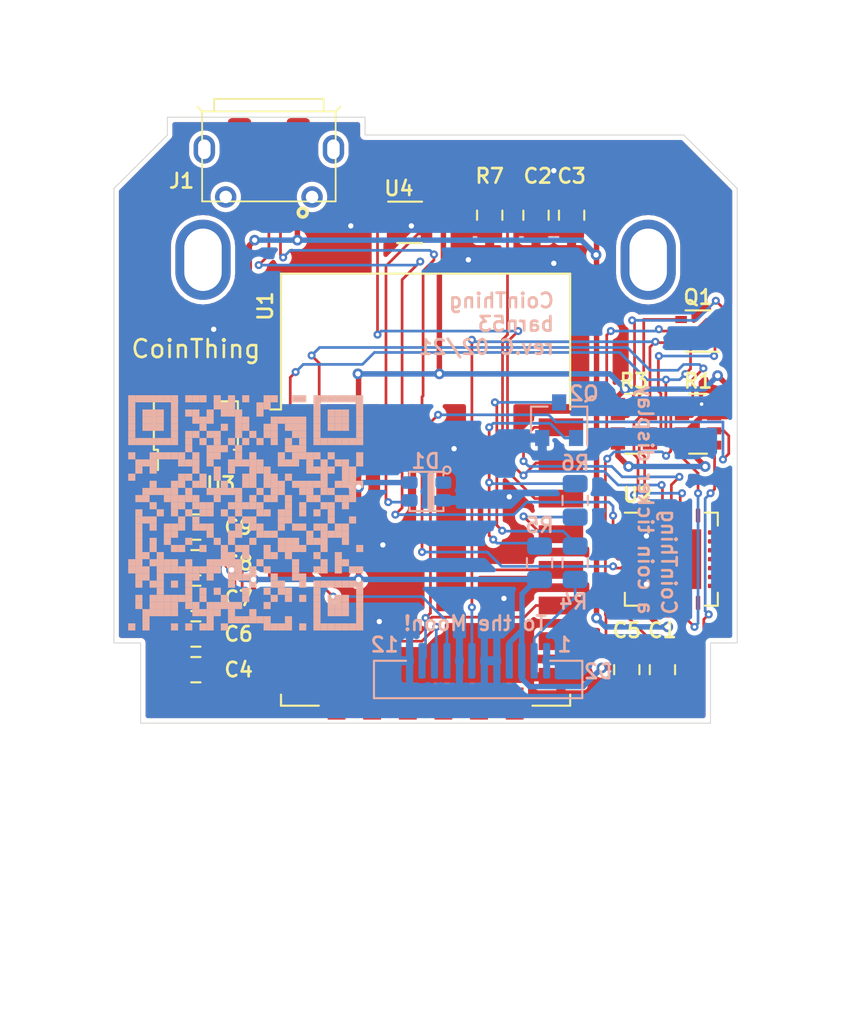
<source format=kicad_pcb>
(kicad_pcb (version 20171130) (host pcbnew "(5.1.9)-1")
  (layers (0 F.Cu signal) (31 B.Cu signal) (34 B.Paste user) (35 F.Paste user) (36 B.SilkS user) (37 F.SilkS user) (38 B.Mask user) (39 F.Mask user) (44 Edge.Cuts user))
  (net 0 "")
  (net 1 GND)
  (net 2 /VDD)
  (net 3 VBUS)
  (net 4 /~Reset)
  (net 5 +3V3)
  (net 6 /~TFT_RES)
  (net 7 /TFT_SDA)
  (net 8 /TFT_SCL)
  (net 9 /GPIO0)
  (net 10 /LEDK)
  (net 11 /D-)
  (net 12 /D+)
  (net 13 "Net-(Q1-Pad5)")
  (net 14 /RTS)
  (net 15 "Net-(Q1-Pad2)")
  (net 16 /DTR)
  (net 17 "Net-(Q2-Pad3)")
  (net 18 "Net-(Q2-Pad1)")
  (net 19 "Net-(R1-Pad5)")
  (net 20 "Net-(R1-Pad6)")
  (net 21 "Net-(R1-Pad8)")
  (net 22 /TFT_BL)
  (net 23 /RxD)
  (net 24 /GPIO5)
  (net 25 /TxD)
  (net 26 "Net-(D1-Pad3)")
  (module barn53-kicad:WS2812B-2020 (layer B.Cu) (at 162.5 76)
    (fp_text reference D1 (at 0 -1.7) (layer B.SilkS) (effects (font (size 0.8128 0.8128) (thickness 0.1524)) (justify mirror)))
    (fp_text value WS2812B-2020)
    (pad 4 smd roundrect (at -0.9 -0.5) (size 0.9 0.7) (layers B.Cu B.Paste B.Mask) (net 5 +3V3))
    (pad 3 smd roundrect (at -0.9 0.5) (size 0.9 0.7) (layers B.Cu B.Paste B.Mask) (net 26 "Net-(D1-Pad3)"))
    (pad 2 smd roundrect (at 1 0.5) (size 0.9 0.7) (layers B.Cu B.Paste B.Mask) (net 1 GND))
    (pad 1 smd roundrect (at 1 -0.5) (size 0.9 0.7) (layers B.Cu B.Paste B.Mask))
  )
  (module barn53-kicad:IPSDisplay_240x240_FPC_80deg (layer F.Cu) (at 162.5 85.5)
    (fp_text reference D2 (at 9.7 0.6) (layer B.SilkS) (effects (font (size 0.8128 0.8128) (thickness 0.1524)) (justify mirror)))
    (fp_text value IPSDisplay_240x240)
    (fp_text user 12 (at -2.3 -0.9) (layer B.SilkS) (effects (font (size 0.8128 0.8128) (thickness 0.1524)) (justify mirror)))
    (fp_text user 1 (at 7.8 -0.9) (layer B.SilkS) (effects (font (size 0.8128 0.8128) (thickness 0.1524)) (justify mirror)))
    (pad 12 smd roundrect (at -0.9 0) (size 0.4 2) (layers B.Cu B.Paste B.Mask) (net 1 GND))
    (pad 11 smd roundrect (at -0.2 0) (size 0.4 2) (layers B.Cu B.Paste B.Mask) (net 6 /~TFT_RES))
    (pad 10 smd roundrect (at 0.5 0) (size 0.4 2) (layers B.Cu B.Paste B.Mask) (net 7 /TFT_SDA))
    (pad 9 smd roundrect (at 1.2 0) (size 0.4 2) (layers B.Cu B.Paste B.Mask) (net 8 /TFT_SCL))
    (pad 8 smd roundrect (at 1.9 0) (size 0.4 2) (layers B.Cu B.Paste B.Mask) (net 1 GND))
    (pad 7 smd roundrect (at 2.6 0) (size 0.4 2) (layers B.Cu B.Paste B.Mask) (net 9 /GPIO0))
    (pad 6 smd roundrect (at 3.3 0) (size 0.4 2) (layers B.Cu B.Paste B.Mask) (net 1 GND))
    (pad 5 smd roundrect (at 4 0) (size 0.4 2) (layers B.Cu B.Paste B.Mask) (net 1 GND))
    (pad 4 smd roundrect (at 4.7 0) (size 0.4 2) (layers B.Cu B.Paste B.Mask) (net 5 +3V3))
    (pad 3 smd roundrect (at 5.4 0) (size 0.4 2) (layers B.Cu B.Paste B.Mask) (net 5 +3V3))
    (pad 2 smd roundrect (at 6.1 0) (size 0.4 2) (layers B.Cu B.Paste B.Mask) (net 10 /LEDK))
    (pad 1 smd roundrect (at 6.8 0) (size 0.4 2) (layers B.Cu B.Paste B.Mask) (net 1 GND))
  )
  (module barn53-kicad:ESP-12E (layer F.Cu) (at 162.5 75.9)
    (fp_text reference U1 (at -9 -10.3 270) (layer F.SilkS) (effects (font (size 0.8128 0.8128) (thickness 0.1524))))
    (fp_text value ESP-12E)
    (pad 1 smd rect (at -7.6 -3.5) (size 2.5 1) (layers F.Cu F.Paste F.Mask) (net 4 /~Reset))
    (pad 2 smd rect (at -7.6 -1.5) (size 2.5 1) (layers F.Cu F.Paste F.Mask))
    (pad 3 smd rect (at -7.6 0.5) (size 2.5 1) (layers F.Cu F.Paste F.Mask) (net 20 "Net-(R1-Pad6)"))
    (pad 4 smd rect (at -7.6 2.5) (size 2.5 1) (layers F.Cu F.Paste F.Mask))
    (pad 5 smd rect (at -7.6 4.5) (size 2.5 1) (layers F.Cu F.Paste F.Mask) (net 8 /TFT_SCL))
    (pad 6 smd rect (at -7.6 6.5) (size 2.5 1) (layers F.Cu F.Paste F.Mask))
    (pad 7 smd rect (at -7.6 8.5) (size 2.5 1) (layers F.Cu F.Paste F.Mask) (net 7 /TFT_SDA))
    (pad 8 smd rect (at -7.6 10.5) (size 2.5 1) (layers F.Cu F.Paste F.Mask) (net 5 +3V3))
    (pad 9 smd rect (at -5 12) (size 1 1.8) (layers F.Cu F.Paste F.Mask))
    (pad 10 smd rect (at -3 12) (size 1 1.8) (layers F.Cu F.Paste F.Mask))
    (pad 11 smd rect (at -1 12) (size 1 1.8) (layers F.Cu F.Paste F.Mask))
    (pad 12 smd rect (at 1 12) (size 1 1.8) (layers F.Cu F.Paste F.Mask))
    (pad 13 smd rect (at 3 12) (size 1 1.8) (layers F.Cu F.Paste F.Mask))
    (pad 14 smd rect (at 5 12) (size 1 1.8) (layers F.Cu F.Paste F.Mask))
    (pad 15 smd rect (at 7.6 10.5) (size 2.5 1) (layers F.Cu F.Paste F.Mask) (net 1 GND))
    (pad 16 smd rect (at 7.6 8.5) (size 2.5 1) (layers F.Cu F.Paste F.Mask) (net 19 "Net-(R1-Pad5)"))
    (pad 17 smd rect (at 7.6 6.5) (size 2.5 1) (layers F.Cu F.Paste F.Mask) (net 6 /~TFT_RES))
    (pad 18 smd rect (at 7.6 4.5) (size 2.5 1) (layers F.Cu F.Paste F.Mask) (net 9 /GPIO0))
    (pad 19 smd rect (at 7.6 2.5) (size 2.5 1) (layers F.Cu F.Paste F.Mask) (net 22 /TFT_BL))
    (pad 20 smd rect (at 7.6 0.5) (size 2.5 1) (layers F.Cu F.Paste F.Mask) (net 24 /GPIO5))
    (pad 21 smd rect (at 7.6 -1.5) (size 2.5 1) (layers F.Cu F.Paste F.Mask) (net 25 /TxD))
    (pad 22 smd rect (at 7.6 -3.5) (size 2.5 1) (layers F.Cu F.Paste F.Mask) (net 23 /RxD))
  )
  (module hole (layer F.Cu) (at 150 63)
    (fp_text reference REF** hide)
    (fp_text value hole hide)
    (pad "" thru_hole oval (at 0 0) (size 3.1 4.5) (drill oval 2.1 3.5) (layers *.Cu *.Mask))
  )
  (module hole (layer F.Cu) (at 175 63)
    (fp_text reference REF** hide)
    (fp_text value hole hide)
    (pad "" thru_hole oval (at 0 0) (size 3.1 4.5) (drill oval 2.1 3.5) (layers *.Cu *.Mask))
  )
  (module https:__barn53.github.io_CoinThing_ (layer B.Cu) (at 152.4 77.2 180)
    (fp_text reference QR***** hide)
    (fp_text value https://barn53.github.io/CoinThing/ hide)
  )
  (module Package_TO_SOT_SMD:SOT-353_SC-70-5 (layer F.Cu) (at 161.6 60.9)
    (fp_text reference U4 (at -0.6 -1.9) (layer F.SilkS) (effects (font (size 0.8128 0.8128) (thickness 0.1524))))
    (fp_text value 74AHC1G08)
    (pad 5 smd rect (at 0.95 -0.65) (size 0.65 0.4) (layers F.Cu F.Paste F.Mask) (net 5 +3V3))
    (pad 4 smd rect (at 0.95 0.65) (size 0.65 0.4) (layers F.Cu F.Paste F.Mask) (net 26 "Net-(D1-Pad3)"))
    (pad 2 smd rect (at -0.95 0) (size 0.65 0.4) (layers F.Cu F.Paste F.Mask) (net 24 /GPIO5))
    (pad 3 smd rect (at -0.95 0.65) (size 0.65 0.4) (layers F.Cu F.Paste F.Mask) (net 1 GND))
    (pad 1 smd rect (at -0.95 -0.65) (size 0.65 0.4) (layers F.Cu F.Paste F.Mask) (net 25 /TxD))
  )
  (module Package_TO_SOT_SMD:SOT-89-3 (layer F.Cu) (at 149.6 72.6 90)
    (fp_text reference U3 (at -3 1.4) (layer F.SilkS) (effects (font (size 0.8128 0.8128) (thickness 0.1524))))
    (fp_text value BL8565)
    (pad 2 smd custom (at -1.5625 0 90) (size 1.475 0.9) (layers F.Cu F.Paste F.Mask) (net 3 VBUS) (options (clearance outline) (anchor rect)) (primitives (gr_poly (pts (xy 0.7375 -0.8665) (xy 3.8625 -0.8665) (xy 3.8625 0.8665) (xy 0.7375 0.8665)) (width 0))))
    (pad 3 smd rect (at -1.65 1.5 90) (size 1.3 0.9) (layers F.Cu F.Paste F.Mask) (net 5 +3V3))
    (pad 1 smd rect (at -1.65 -1.5 90) (size 1.3 0.9) (layers F.Cu F.Paste F.Mask) (net 1 GND))
  )
  (module Package_DFN_QFN:QFN-28-1EP_5x5mm_P0.5mm_EP3.35x3.35mm (layer F.Cu) (at 176.3 79.8)
    (fp_text reference U2 (at -1.9 -3.6 180) (layer F.SilkS) (effects (font (size 0.8128 0.8128) (thickness 0.1524))))
    (fp_text value CP2102-GMR_NRND)
    (pad 29 smd rect (at 0 0) (size 3.35 3.35) (layers F.Cu F.Mask) (net 1 GND))
    (pad 28 smd roundrect (at -1.5 -2.45) (size 0.25 0.8) (layers F.Cu F.Paste F.Mask) (net 16 /DTR))
    (pad 27 smd roundrect (at -1 -2.45) (size 0.25 0.8) (layers F.Cu F.Paste F.Mask))
    (pad 26 smd roundrect (at -0.5 -2.45) (size 0.25 0.8) (layers F.Cu F.Paste F.Mask) (net 25 /TxD))
    (pad 25 smd roundrect (at 0 -2.45) (size 0.25 0.8) (layers F.Cu F.Paste F.Mask) (net 23 /RxD))
    (pad 24 smd roundrect (at 0.5 -2.45) (size 0.25 0.8) (layers F.Cu F.Paste F.Mask) (net 14 /RTS))
    (pad 23 smd roundrect (at 1 -2.45) (size 0.25 0.8) (layers F.Cu F.Paste F.Mask))
    (pad 22 smd roundrect (at 1.5 -2.45) (size 0.25 0.8) (layers F.Cu F.Paste F.Mask))
    (pad 21 smd roundrect (at 2.45 -1.5) (size 0.8 0.25) (layers F.Cu F.Paste F.Mask))
    (pad 20 smd roundrect (at 2.45 -1) (size 0.8 0.25) (layers F.Cu F.Paste F.Mask))
    (pad 19 smd roundrect (at 2.45 -0.5) (size 0.8 0.25) (layers F.Cu F.Paste F.Mask))
    (pad 18 smd roundrect (at 2.45 0) (size 0.8 0.25) (layers F.Cu F.Paste F.Mask))
    (pad 17 smd roundrect (at 2.45 0.5) (size 0.8 0.25) (layers F.Cu F.Paste F.Mask))
    (pad 16 smd roundrect (at 2.45 1) (size 0.8 0.25) (layers F.Cu F.Paste F.Mask))
    (pad 15 smd roundrect (at 2.45 1.5) (size 0.8 0.25) (layers F.Cu F.Paste F.Mask))
    (pad 14 smd roundrect (at 1.5 2.45) (size 0.25 0.8) (layers F.Cu F.Paste F.Mask))
    (pad 13 smd roundrect (at 1 2.45) (size 0.25 0.8) (layers F.Cu F.Paste F.Mask))
    (pad 12 smd roundrect (at 0.5 2.45) (size 0.25 0.8) (layers F.Cu F.Paste F.Mask))
    (pad 11 smd roundrect (at 0 2.45) (size 0.25 0.8) (layers F.Cu F.Paste F.Mask))
    (pad 10 smd roundrect (at -0.5 2.45) (size 0.25 0.8) (layers F.Cu F.Paste F.Mask))
    (pad 9 smd roundrect (at -1 2.45) (size 0.25 0.8) (layers F.Cu F.Paste F.Mask) (net 21 "Net-(R1-Pad8)"))
    (pad 8 smd roundrect (at -1.5 2.45) (size 0.25 0.8) (layers F.Cu F.Paste F.Mask) (net 3 VBUS))
    (pad 7 smd roundrect (at -2.45 1.5) (size 0.8 0.25) (layers F.Cu F.Paste F.Mask) (net 3 VBUS))
    (pad 6 smd roundrect (at -2.45 1) (size 0.8 0.25) (layers F.Cu F.Paste F.Mask) (net 2 /VDD))
    (pad 5 smd roundrect (at -2.45 0.5) (size 0.8 0.25) (layers F.Cu F.Paste F.Mask) (net 11 /D-))
    (pad 4 smd roundrect (at -2.45 0) (size 0.8 0.25) (layers F.Cu F.Paste F.Mask) (net 12 /D+))
    (pad 3 smd roundrect (at -2.45 -0.5) (size 0.8 0.25) (layers F.Cu F.Paste F.Mask) (net 1 GND))
    (pad 2 smd roundrect (at -2.45 -1) (size 0.8 0.25) (layers F.Cu F.Paste F.Mask))
    (pad 1 smd roundrect (at -2.45 -1.5) (size 0.8 0.25) (layers F.Cu F.Paste F.Mask))
  )
  (module Resistor_SMD:R_0805_2012Metric (layer F.Cu) (at 166.1 60.5 270)
    (fp_text reference R7 (at -2.2 0 180) (layer F.SilkS) (effects (font (size 0.8128 0.8128) (thickness 0.1524))))
    (fp_text value 10k)
    (pad 2 smd roundrect (at 0.9375 0 270) (size 0.975 1.4) (layers F.Cu F.Paste F.Mask) (net 1 GND))
    (pad 1 smd roundrect (at -0.9375 0 270) (size 0.975 1.4) (layers F.Cu F.Paste F.Mask) (net 24 /GPIO5))
  )
  (module Package_TO_SOT_SMD:SOT-23 (layer B.Cu) (at 170 72 90)
    (fp_text reference Q2 (at 1.5 1.4 180) (layer B.SilkS) (effects (font (size 0.8128 0.8128) (thickness 0.1524)) (justify mirror)))
    (fp_text value S8050_J3Y)
    (pad 3 smd rect (at 1 0 90) (size 0.9 0.8) (layers B.Cu B.Paste B.Mask) (net 17 "Net-(Q2-Pad3)"))
    (pad 2 smd rect (at -1 -0.95 90) (size 0.9 0.8) (layers B.Cu B.Paste B.Mask) (net 1 GND))
    (pad 1 smd rect (at -1 0.95 90) (size 0.9 0.8) (layers B.Cu B.Paste B.Mask) (net 18 "Net-(Q2-Pad1)"))
  )
  (module Package_TO_SOT_SMD:SOT-363_SC-70-6 (layer F.Cu) (at 177.8 67 180)
    (fp_text reference Q1 (at 0 1.9) (layer F.SilkS) (effects (font (size 0.8128 0.8128) (thickness 0.1524))))
    (fp_text value PUMX1)
    (pad 6 smd rect (at 0.95 -0.65 180) (size 0.65 0.4) (layers F.Cu F.Paste F.Mask) (net 9 /GPIO0))
    (pad 4 smd rect (at 0.95 0.65 180) (size 0.65 0.4) (layers F.Cu F.Paste F.Mask) (net 14 /RTS))
    (pad 2 smd rect (at -0.95 0 180) (size 0.65 0.4) (layers F.Cu F.Paste F.Mask) (net 15 "Net-(Q1-Pad2)"))
    (pad 5 smd rect (at 0.95 0 180) (size 0.65 0.4) (layers F.Cu F.Paste F.Mask) (net 13 "Net-(Q1-Pad5)"))
    (pad 3 smd rect (at -0.95 0.65 180) (size 0.65 0.4) (layers F.Cu F.Paste F.Mask) (net 4 /~Reset))
    (pad 1 smd rect (at -0.95 -0.65 180) (size 0.65 0.4) (layers F.Cu F.Paste F.Mask) (net 16 /DTR))
  )
  (module Resistor_SMD:R_0805_2012Metric (layer B.Cu) (at 170.9 76.5 270)
    (fp_text reference R6 (at -2.1 0 180) (layer B.SilkS) (effects (font (size 0.8128 0.8128) (thickness 0.1524)) (justify mirror)))
    (fp_text value 1k)
    (pad 2 smd roundrect (at 0.9375 0 270) (size 0.975 1.4) (layers B.Cu B.Paste B.Mask) (net 22 /TFT_BL))
    (pad 1 smd roundrect (at -0.9375 0 270) (size 0.975 1.4) (layers B.Cu B.Paste B.Mask) (net 18 "Net-(Q2-Pad1)"))
  )
  (module Resistor_SMD:R_0805_2012Metric (layer B.Cu) (at 168.9 80 270)
    (fp_text reference R5 (at -2.1 0 180) (layer B.SilkS) (effects (font (size 0.8128 0.8128) (thickness 0.1524)) (justify mirror)))
    (fp_text value 10k)
    (pad 2 smd roundrect (at 0.9375 0 270) (size 0.975 1.4) (layers B.Cu B.Paste B.Mask) (net 5 +3V3))
    (pad 1 smd roundrect (at -0.9375 0 270) (size 0.975 1.4) (layers B.Cu B.Paste B.Mask) (net 18 "Net-(Q2-Pad1)"))
  )
  (module Resistor_SMD:R_0805_2012Metric (layer B.Cu) (at 170.9 80 90)
    (fp_text reference R4 (at -2.2 -0.1 180) (layer B.SilkS) (effects (font (size 0.8128 0.8128) (thickness 0.1524)) (justify mirror)))
    (fp_text value 10)
    (pad 2 smd roundrect (at 0.9375 0 90) (size 0.975 1.4) (layers B.Cu B.Paste B.Mask) (net 17 "Net-(Q2-Pad3)"))
    (pad 1 smd roundrect (at -0.9375 0 90) (size 0.975 1.4) (layers B.Cu B.Paste B.Mask) (net 10 /LEDK))
  )
  (module Resistor_SMD:R_Array_Convex_4x0603 (layer F.Cu) (at 174.2 72.2 180)
    (fp_text reference R3 (at 0 2.4) (layer F.SilkS) (effects (font (size 0.8128 0.8128) (thickness 0.1524))))
    (fp_text value 10k)
    (pad 5 smd rect (at 0.9 1.2 180) (size 0.8 0.5) (layers F.Cu F.Paste F.Mask) (net 5 +3V3))
    (pad 6 smd rect (at 0.9 0.4 180) (size 0.8 0.4) (layers F.Cu F.Paste F.Mask) (net 15 "Net-(Q1-Pad2)"))
    (pad 8 smd rect (at 0.9 -1.2 180) (size 0.8 0.5) (layers F.Cu F.Paste F.Mask) (net 5 +3V3))
    (pad 7 smd rect (at 0.9 -0.4 180) (size 0.8 0.4) (layers F.Cu F.Paste F.Mask) (net 13 "Net-(Q1-Pad5)"))
    (pad 4 smd rect (at -0.9 1.2 180) (size 0.8 0.5) (layers F.Cu F.Paste F.Mask) (net 9 /GPIO0))
    (pad 2 smd rect (at -0.9 -0.4 180) (size 0.8 0.4) (layers F.Cu F.Paste F.Mask) (net 16 /DTR))
    (pad 3 smd rect (at -0.9 0.4 180) (size 0.8 0.4) (layers F.Cu F.Paste F.Mask) (net 14 /RTS))
    (pad 1 smd rect (at -0.9 -1.2 180) (size 0.8 0.5) (layers F.Cu F.Paste F.Mask) (net 4 /~Reset))
  )
  (module Resistor_SMD:R_Array_Convex_4x0603 (layer F.Cu) (at 177.8 72.2 180)
    (fp_text reference R1 (at 0 2.4 180) (layer F.SilkS) (effects (font (size 0.8128 0.8128) (thickness 0.1524))))
    (fp_text value 10k)
    (pad 5 smd rect (at 0.9 1.2 180) (size 0.8 0.5) (layers F.Cu F.Paste F.Mask) (net 19 "Net-(R1-Pad5)"))
    (pad 6 smd rect (at 0.9 0.4 180) (size 0.8 0.4) (layers F.Cu F.Paste F.Mask) (net 20 "Net-(R1-Pad6)"))
    (pad 8 smd rect (at 0.9 -1.2 180) (size 0.8 0.5) (layers F.Cu F.Paste F.Mask) (net 21 "Net-(R1-Pad8)"))
    (pad 7 smd rect (at 0.9 -0.4 180) (size 0.8 0.4) (layers F.Cu F.Paste F.Mask) (net 5 +3V3))
    (pad 4 smd rect (at -0.9 1.2 180) (size 0.8 0.5) (layers F.Cu F.Paste F.Mask) (net 1 GND))
    (pad 2 smd rect (at -0.9 -0.4 180) (size 0.8 0.4) (layers F.Cu F.Paste F.Mask) (net 6 /~TFT_RES))
    (pad 3 smd rect (at -0.9 0.4 180) (size 0.8 0.4) (layers F.Cu F.Paste F.Mask) (net 5 +3V3))
    (pad 1 smd rect (at -0.9 -1.2 180) (size 0.8 0.5) (layers F.Cu F.Paste F.Mask) (net 2 /VDD))
  )
  (module barn53-kicad:MicroUSB_through_hole_fixing (layer F.Cu) (at 153.7 60 180)
    (fp_text reference J1 (at 4.9 1.425 180) (layer F.SilkS) (effects (font (size 0.8128 0.8128) (thickness 0.1524))))
    (fp_text value USB_B_Micro)
    (pad 6 smd roundrect (at 1.65 4.5 180) (size 1.3 0.9) (layers F.Cu F.Paste F.Mask) (net 1 GND))
    (pad 6 smd roundrect (at -1.65 4.5 180) (size 1.3 0.9) (layers F.Cu F.Paste F.Mask) (net 1 GND))
    (pad 1 smd rect (at -1.3 0 180) (size 0.4 1.6) (layers F.Cu F.Paste F.Mask) (net 3 VBUS))
    (pad 2 smd rect (at -0.65 0 180) (size 0.4 1.6) (layers F.Cu F.Paste F.Mask) (net 11 /D-))
    (pad 3 smd rect (at 0 0 180) (size 0.4 1.6) (layers F.Cu F.Paste F.Mask) (net 12 /D+))
    (pad 4 smd rect (at 0.65 0 180) (size 0.4 1.6) (layers F.Cu F.Paste F.Mask))
    (pad 5 smd rect (at 1.3 0 180) (size 0.4 1.6) (layers F.Cu F.Paste F.Mask) (net 1 GND))
    (pad "" thru_hole circle (at -2.425 0.525) (size 1.2 1.2) (drill 0.7) (layers *.Cu *.Mask))
    (pad "" thru_hole circle (at 2.425 0.525) (size 1.2 1.2) (drill 0.7) (layers *.Cu *.Mask))
    (pad "" thru_hole oval (at -3.625 3.2) (size 1.2 1.6) (drill oval 0.7 1.1) (layers *.Cu *.Mask))
    (pad "" thru_hole oval (at 3.625 3.2) (size 1.2 1.6) (drill oval 0.7 1.1) (layers *.Cu *.Mask))
  )
  (module Capacitor_SMD:C_0805_2012Metric (layer F.Cu) (at 149.6 78 180)
    (fp_text reference C9 (at -2.4 0) (layer F.SilkS) (effects (font (size 0.8128 0.8128) (thickness 0.1524))))
    (fp_text value 4.7u)
    (pad 2 smd roundrect (at 0.9375 0 180) (size 0.975 1.4) (layers F.Cu F.Paste F.Mask) (net 1 GND))
    (pad 1 smd roundrect (at -0.9375 0 180) (size 0.975 1.4) (layers F.Cu F.Paste F.Mask) (net 5 +3V3))
  )
  (module Capacitor_SMD:C_0805_2012Metric (layer F.Cu) (at 149.6 80 180)
    (fp_text reference C8 (at -2.4 0) (layer F.SilkS) (effects (font (size 0.8128 0.8128) (thickness 0.1524))))
    (fp_text value 100n)
    (pad 2 smd roundrect (at 0.9375 0 180) (size 0.975 1.4) (layers F.Cu F.Paste F.Mask) (net 1 GND))
    (pad 1 smd roundrect (at -0.9375 0 180) (size 0.975 1.4) (layers F.Cu F.Paste F.Mask) (net 5 +3V3))
  )
  (module Capacitor_SMD:C_0805_2012Metric (layer F.Cu) (at 149.6 82)
    (fp_text reference C7 (at 2.4 0) (layer F.SilkS) (effects (font (size 0.8128 0.8128) (thickness 0.1524))))
    (fp_text value 100n)
    (pad 2 smd roundrect (at 0.9375 0) (size 0.975 1.4) (layers F.Cu F.Paste F.Mask) (net 1 GND))
    (pad 1 smd roundrect (at -0.9375 0) (size 0.975 1.4) (layers F.Cu F.Paste F.Mask) (net 3 VBUS))
  )
  (module Capacitor_SMD:C_0805_2012Metric (layer F.Cu) (at 149.6 84)
    (fp_text reference C6 (at 2.4 0) (layer F.SilkS) (effects (font (size 0.8128 0.8128) (thickness 0.1524))))
    (fp_text value 1u)
    (pad 2 smd roundrect (at 0.9375 0) (size 0.975 1.4) (layers F.Cu F.Paste F.Mask) (net 1 GND))
    (pad 1 smd roundrect (at -0.9375 0) (size 0.975 1.4) (layers F.Cu F.Paste F.Mask) (net 3 VBUS))
  )
  (module Capacitor_SMD:C_0805_2012Metric (layer F.Cu) (at 173.8 86 270)
    (fp_text reference C5 (at -2.2 0 180) (layer F.SilkS) (effects (font (size 0.8128 0.8128) (thickness 0.1524))))
    (fp_text value 100n)
    (pad 2 smd roundrect (at 0.9375 0 270) (size 0.975 1.4) (layers F.Cu F.Paste F.Mask) (net 1 GND))
    (pad 1 smd roundrect (at -0.9375 0 270) (size 0.975 1.4) (layers F.Cu F.Paste F.Mask) (net 5 +3V3))
  )
  (module Capacitor_SMD:C_0805_2012Metric (layer F.Cu) (at 149.6 86 180)
    (fp_text reference C4 (at -2.4 0) (layer F.SilkS) (effects (font (size 0.8128 0.8128) (thickness 0.1524))))
    (fp_text value 100n)
    (pad 2 smd roundrect (at 0.9375 0 180) (size 0.975 1.4) (layers F.Cu F.Paste F.Mask) (net 1 GND))
    (pad 1 smd roundrect (at -0.9375 0 180) (size 0.975 1.4) (layers F.Cu F.Paste F.Mask) (net 4 /~Reset))
  )
  (module Capacitor_SMD:C_0805_2012Metric (layer F.Cu) (at 170.7 60.5 270)
    (fp_text reference C3 (at -2.2 0) (layer F.SilkS) (effects (font (size 0.8128 0.8128) (thickness 0.1524))))
    (fp_text value 100n)
    (pad 2 smd roundrect (at 0.9375 0 270) (size 0.975 1.4) (layers F.Cu F.Paste F.Mask) (net 1 GND))
    (pad 1 smd roundrect (at -0.9375 0 270) (size 0.975 1.4) (layers F.Cu F.Paste F.Mask) (net 3 VBUS))
  )
  (module Capacitor_SMD:C_0805_2012Metric (layer F.Cu) (at 168.7 60.5 270)
    (fp_text reference C2 (at -2.2 -0.1) (layer F.SilkS) (effects (font (size 0.8128 0.8128) (thickness 0.1524))))
    (fp_text value 4.7u)
    (pad 2 smd roundrect (at 0.9375 0 270) (size 0.975 1.4) (layers F.Cu F.Paste F.Mask) (net 1 GND))
    (pad 1 smd roundrect (at -0.9375 0 270) (size 0.975 1.4) (layers F.Cu F.Paste F.Mask) (net 3 VBUS))
  )
  (module Capacitor_SMD:C_0805_2012Metric (layer F.Cu) (at 175.8 86 270)
    (fp_text reference C1 (at -2.2 0) (layer F.SilkS) (effects (font (size 0.8128 0.8128) (thickness 0.1524))))
    (fp_text value 100n)
    (pad 2 smd roundrect (at 0.9375 0 270) (size 0.975 1.4) (layers F.Cu F.Paste F.Mask) (net 1 GND))
    (pad 1 smd roundrect (at -0.9375 0 270) (size 0.975 1.4) (layers F.Cu F.Paste F.Mask) (net 2 /VDD))
  )
  (gr_text CoinThing (at 149.6 68) (layer F.SilkS) (effects (font (size 1 1))))
  (gr_line (start 148 56) (end 145 59) (layer Edge.Cuts) (width 0.05))
  (gr_line (start 177 56) (end 180 59) (layer Edge.Cuts) (width 0.05))
  (gr_text "CoinThing\na coin ticker display" (at 175.5 83 270) (layer B.SilkS) (effects (font (size 0.8128 0.8128) (thickness 0.1524)) (justify left mirror)))
  (gr_text "CoinThing\nbarn53\nrev.C 02/21" (at 169.8 66.6) (layer B.SilkS) (effects (font (size 0.8128 0.8128) (thickness 0.1524)) (justify left mirror)))
  (gr_text "To the Moon!" (at 169.4 83.4) (layer B.SilkS) (effects (font (size 0.8128 0.8128) (thickness 0.1524)) (justify left mirror)))
  (gr_line (start 148 56) (end 148 55) (layer Edge.Cuts) (width 0.05))
  (gr_line (start 159.1 56) (end 159.1 55) (layer Edge.Cuts) (width 0.05))
  (gr_line (start 177 56) (end 159.1 56) (layer Edge.Cuts) (width 0.05))
  (gr_line (start 178.5 84.5) (end 178.5 89) (layer Edge.Cuts) (width 0.05))
  (gr_line (start 180 84.5) (end 178.5 84.5) (layer Edge.Cuts) (width 0.05))
  (gr_line (start 146.5 84.5) (end 146.5 89) (layer Edge.Cuts) (width 0.05))
  (gr_line (start 145 84.5) (end 146.5 84.5) (layer Edge.Cuts) (width 0.05))
  (gr_line (start 145 84.5) (end 145 59) (layer Edge.Cuts) (width 0.05))
  (gr_line (start 178.5 89) (end 146.5 89) (layer Edge.Cuts) (width 0.05))
  (gr_line (start 180 59) (end 180 84.5) (layer Edge.Cuts) (width 0.05))
  (gr_line (start 148 55) (end 159.1 55) (layer Edge.Cuts) (width 0.05))
  (via (at 174.9 81.2) (size 0.6) (drill 0.3) (layers F.Cu B.Cu) (net 1))
  (via (at 174.9 78.5) (size 0.6) (drill 0.3) (layers F.Cu B.Cu) (net 1))
  (segment (start 175.8 79.3) (end 176.3 79.8) (width 0.3048) (layer F.Cu) (net 1))
  (segment (start 173.85 79.3) (end 175.8 79.3) (width 0.3048) (layer F.Cu) (net 1))
  (via (at 178 71.1) (size 0.45) (drill 0.2) (layers F.Cu B.Cu) (net 1))
  (segment (start 178.6 71.1) (end 178.7 71) (width 0.3048) (layer F.Cu) (net 1))
  (segment (start 178 71.1) (end 178.6 71.1) (width 0.3048) (layer F.Cu) (net 1))
  (via (at 169.7 58) (size 0.6) (drill 0.3) (layers F.Cu B.Cu) (net 1))
  (via (at 150.6 66.9) (size 0.6) (drill 0.3) (layers F.Cu B.Cu) (net 1))
  (via (at 169.7 63.2) (size 0.6) (drill 0.3) (layers F.Cu B.Cu) (net 1))
  (via (at 158.3 61.1) (size 0.6) (drill 0.3) (layers F.Cu B.Cu) (net 1))
  (via (at 164.1 73.6) (size 0.6) (drill 0.3) (layers F.Cu B.Cu) (net 1))
  (via (at 161.7 61.1) (size 0.6) (drill 0.3) (layers F.Cu B.Cu) (net 1))
  (via (at 166.9 82) (size 0.6) (drill 0.3) (layers F.Cu B.Cu) (net 1))
  (via (at 159.9 83.3) (size 0.6) (drill 0.3) (layers F.Cu B.Cu) (net 1))
  (via (at 160.1 79) (size 0.6) (drill 0.3) (layers F.Cu B.Cu) (net 1))
  (via (at 164.9 63) (size 0.6) (drill 0.3) (layers F.Cu B.Cu) (net 1))
  (via (at 167.2 76.3) (size 0.6) (drill 0.3) (layers F.Cu B.Cu) (net 1))
  (via (at 178.5 76.1) (size 0.45) (drill 0.2) (layers F.Cu B.Cu) (net 2))
  (segment (start 178.2 82.7) (end 178.4 82.9) (width 0.1524) (layer B.Cu) (net 2))
  (segment (start 178.2 76.4) (end 178.2 82.7) (width 0.1524) (layer B.Cu) (net 2))
  (segment (start 178.5 76.1) (end 178.2 76.4) (width 0.1524) (layer B.Cu) (net 2))
  (segment (start 178.4 82.9) (end 178.4 82.9) (width 0.1524) (layer B.Cu) (net 2))
  (via (at 178.4 82.9) (size 0.45) (drill 0.2) (layers F.Cu B.Cu) (net 2))
  (segment (start 178.7 73.4) (end 178.728611 73.428611) (width 0.1524) (layer F.Cu) (net 2))
  (segment (start 178.728611 73.428611) (end 178.728611 75.871389) (width 0.1524) (layer F.Cu) (net 2))
  (segment (start 178.728611 75.871389) (end 178.5 76.1) (width 0.1524) (layer F.Cu) (net 2))
  (segment (start 173.45 80.8) (end 173.85 80.8) (width 0.1524) (layer F.Cu) (net 2))
  (segment (start 173.22139 81.02861) (end 173.45 80.8) (width 0.1524) (layer F.Cu) (net 2))
  (segment (start 173.22139 82.42139) (end 173.22139 81.02861) (width 0.1524) (layer F.Cu) (net 2))
  (segment (start 175.8 85) (end 173.22139 82.42139) (width 0.1524) (layer F.Cu) (net 2))
  (segment (start 175.8 85.0625) (end 175.8 85) (width 0.1524) (layer F.Cu) (net 2))
  (segment (start 176.9375 85.0625) (end 175.8 85.0625) (width 0.1524) (layer F.Cu) (net 2))
  (segment (start 178.122988 83.877012) (end 176.9375 85.0625) (width 0.1524) (layer F.Cu) (net 2))
  (segment (start 178.122988 83.177012) (end 178.122988 83.877012) (width 0.1524) (layer F.Cu) (net 2))
  (segment (start 178.4 82.9) (end 178.122988 83.177012) (width 0.1524) (layer F.Cu) (net 2))
  (segment (start 168.7 59.5625) (end 170.7 59.5625) (width 0.3048) (layer F.Cu) (net 3))
  (segment (start 148.6625 82) (end 148.6625 84) (width 0.3048) (layer F.Cu) (net 3))
  (segment (start 147.87019 81.20769) (end 148.6625 82) (width 0.3048) (layer F.Cu) (net 3))
  (segment (start 147.87019 76.62981) (end 147.87019 81.20769) (width 0.3048) (layer F.Cu) (net 3))
  (segment (start 149.6 74.9) (end 147.87019 76.62981) (width 0.3048) (layer F.Cu) (net 3))
  (segment (start 149.6 74.1625) (end 149.6 74.9) (width 0.3048) (layer F.Cu) (net 3))
  (segment (start 150.6625 73.1) (end 149.6 74.1625) (width 0.3048) (layer F.Cu) (net 3))
  (segment (start 152.6 73.1) (end 150.6625 73.1) (width 0.3048) (layer F.Cu) (net 3))
  (segment (start 173.85 81.3) (end 174.8 82.25) (width 0.3048) (layer F.Cu) (net 3))
  (via (at 176.1 83.6) (size 0.6) (drill 0.3) (layers F.Cu B.Cu) (net 3))
  (segment (start 174.8 82.724264) (end 174.8 82.25) (width 0.3048) (layer F.Cu) (net 3))
  (segment (start 175.675736 83.6) (end 174.8 82.724264) (width 0.3048) (layer F.Cu) (net 3))
  (segment (start 176.1 83.6) (end 175.675736 83.6) (width 0.3048) (layer F.Cu) (net 3))
  (segment (start 172.6 83.6) (end 172.1 83.1) (width 0.3048) (layer B.Cu) (net 3))
  (via (at 172.1 83.1) (size 0.6) (drill 0.3) (layers F.Cu B.Cu) (net 3))
  (segment (start 176.1 83.6) (end 172.6 83.6) (width 0.3048) (layer B.Cu) (net 3))
  (via (at 152.9 61.9) (size 0.6) (drill 0.3) (layers F.Cu B.Cu) (net 3))
  (segment (start 152.6 62.2) (end 152.9 61.9) (width 0.3048) (layer F.Cu) (net 3))
  (segment (start 152.6 73.1) (end 152.6 62.2) (width 0.3048) (layer F.Cu) (net 3))
  (via (at 155.3 61.9) (size 0.6) (drill 0.3) (layers F.Cu B.Cu) (net 3))
  (segment (start 152.9 61.9) (end 155.3 61.9) (width 0.3048) (layer B.Cu) (net 3))
  (segment (start 155.3 60.3) (end 155 60) (width 0.3048) (layer F.Cu) (net 3))
  (segment (start 155.3 61.9) (end 155.3 60.3) (width 0.3048) (layer F.Cu) (net 3))
  (segment (start 171.248376 61.9) (end 172.074188 62.725812) (width 0.3048) (layer B.Cu) (net 3))
  (via (at 172.074188 62.725812) (size 0.6) (drill 0.3) (layers F.Cu B.Cu) (net 3))
  (segment (start 155.3 61.9) (end 171.248376 61.9) (width 0.3048) (layer B.Cu) (net 3))
  (segment (start 172.1 82.675736) (end 172.1 83.1) (width 0.3048) (layer F.Cu) (net 3))
  (segment (start 172.1 60.9625) (end 172.1 82.675736) (width 0.3048) (layer F.Cu) (net 3))
  (segment (start 170.7 59.5625) (end 172.1 60.9625) (width 0.3048) (layer F.Cu) (net 3))
  (via (at 155.2 69.3) (size 0.45) (drill 0.2) (layers F.Cu B.Cu) (net 4))
  (segment (start 154.9 69.6) (end 154.9 72.4) (width 0.1524) (layer F.Cu) (net 4))
  (segment (start 155.2 69.3) (end 154.9 69.6) (width 0.1524) (layer F.Cu) (net 4))
  (segment (start 152.2 74.984238) (end 152.2 85.6) (width 0.1524) (layer F.Cu) (net 4))
  (segment (start 154.784238 72.4) (end 152.2 74.984238) (width 0.1524) (layer F.Cu) (net 4))
  (segment (start 151.8 86) (end 150.5375 86) (width 0.1524) (layer F.Cu) (net 4))
  (segment (start 152.2 85.6) (end 151.8 86) (width 0.1524) (layer F.Cu) (net 4))
  (segment (start 154.9 72.4) (end 154.784238 72.4) (width 0.1524) (layer F.Cu) (net 4))
  (via (at 176 69.728328) (size 0.45) (drill 0.2) (layers F.Cu B.Cu) (net 4))
  (via (at 177.083255 69.413076) (size 0.45) (drill 0.2) (layers F.Cu B.Cu) (net 4))
  (segment (start 176 69.728328) (end 176.768003 69.728328) (width 0.1524) (layer B.Cu) (net 4))
  (segment (start 177.378201 69.11813) (end 177.083255 69.413076) (width 0.1524) (layer F.Cu) (net 4))
  (segment (start 178.2726 66.35) (end 177.378201 67.244399) (width 0.1524) (layer F.Cu) (net 4))
  (segment (start 176.768003 69.728328) (end 177.083255 69.413076) (width 0.1524) (layer B.Cu) (net 4))
  (segment (start 177.378201 67.244399) (end 177.378201 69.11813) (width 0.1524) (layer F.Cu) (net 4))
  (segment (start 178.75 66.35) (end 178.2726 66.35) (width 0.1524) (layer F.Cu) (net 4))
  (segment (start 175.25 73.4) (end 175.991988 72.658012) (width 0.1524) (layer F.Cu) (net 4))
  (segment (start 175.991988 69.73634) (end 176 69.728328) (width 0.1524) (layer F.Cu) (net 4))
  (segment (start 175.1 73.4) (end 175.25 73.4) (width 0.1524) (layer F.Cu) (net 4))
  (segment (start 175.991988 72.658012) (end 175.991988 69.73634) (width 0.1524) (layer F.Cu) (net 4))
  (segment (start 174.928328 69.728328) (end 176 69.728328) (width 0.1524) (layer B.Cu) (net 4))
  (segment (start 173.4 68.2) (end 174.928328 69.728328) (width 0.1524) (layer B.Cu) (net 4))
  (segment (start 158.953729 68.871397) (end 159.625126 68.2) (width 0.1524) (layer B.Cu) (net 4))
  (segment (start 155.2 69.3) (end 155.628603 68.871397) (width 0.1524) (layer B.Cu) (net 4))
  (segment (start 159.625126 68.2) (end 173.4 68.2) (width 0.1524) (layer B.Cu) (net 4))
  (segment (start 155.628603 68.871397) (end 158.953729 68.871397) (width 0.1524) (layer B.Cu) (net 4))
  (segment (start 150.5375 78) (end 150.5375 80) (width 0.3048) (layer F.Cu) (net 5))
  (segment (start 151.1 77.4375) (end 150.5375 78) (width 0.3048) (layer F.Cu) (net 5))
  (segment (start 151.1 74.25) (end 151.1 77.4375) (width 0.3048) (layer F.Cu) (net 5))
  (via (at 151.6 80.4) (size 0.6) (drill 0.3) (layers F.Cu B.Cu) (net 5))
  (segment (start 150.5375 80) (end 151.2 80) (width 0.3048) (layer F.Cu) (net 5))
  (segment (start 152.1375 80.9375) (end 151.6 80.4) (width 0.3048) (layer B.Cu) (net 5))
  (segment (start 151.2 80) (end 151.6 80.4) (width 0.3048) (layer F.Cu) (net 5))
  (segment (start 152.8375 85.8923) (end 152.8375 80.9375) (width 0.3048) (layer F.Cu) (net 5))
  (segment (start 153.3452 86.4) (end 152.8375 85.8923) (width 0.3048) (layer F.Cu) (net 5))
  (segment (start 152.8375 80.9375) (end 152.1375 80.9375) (width 0.3048) (layer B.Cu) (net 5))
  (via (at 152.8375 80.9375) (size 0.6) (drill 0.3) (layers F.Cu B.Cu) (net 5))
  (segment (start 154.9 86.4) (end 153.3452 86.4) (width 0.3048) (layer F.Cu) (net 5))
  (via (at 158.7375 80.9375) (size 0.6) (drill 0.3) (layers F.Cu B.Cu) (net 5))
  (segment (start 177.1952 72.6) (end 176.9 72.6) (width 0.3048) (layer F.Cu) (net 5))
  (segment (start 178.7 71.8) (end 177.9952 71.8) (width 0.3048) (layer F.Cu) (net 5))
  (segment (start 177.9952 71.8) (end 177.7476 72.0476) (width 0.3048) (layer F.Cu) (net 5))
  (segment (start 177.7476 72.0476) (end 177.1952 72.6) (width 0.3048) (layer F.Cu) (net 5))
  (segment (start 173.3 70.663633) (end 173.705495 70.258138) (width 0.3048) (layer F.Cu) (net 5))
  (via (at 173.705495 70.258138) (size 0.6) (drill 0.3) (layers F.Cu B.Cu) (net 5))
  (segment (start 173.3 71) (end 173.3 70.663633) (width 0.3048) (layer F.Cu) (net 5))
  (via (at 178.9 69.50001) (size 0.6) (drill 0.3) (layers F.Cu B.Cu) (net 5))
  (segment (start 178.141872 70.258138) (end 178.9 69.50001) (width 0.3048) (layer B.Cu) (net 5))
  (segment (start 173.705495 70.258138) (end 178.141872 70.258138) (width 0.3048) (layer B.Cu) (net 5))
  (segment (start 179.5 70.10001) (end 178.9 69.50001) (width 0.3048) (layer F.Cu) (net 5))
  (segment (start 179.5 71.7048) (end 179.5 70.10001) (width 0.3048) (layer F.Cu) (net 5))
  (segment (start 179.4048 71.8) (end 179.5 71.7048) (width 0.3048) (layer F.Cu) (net 5))
  (segment (start 178.7 71.8) (end 179.4048 71.8) (width 0.3048) (layer F.Cu) (net 5))
  (via (at 163.273785 69.403611) (size 0.6) (drill 0.3) (layers F.Cu B.Cu) (net 5))
  (segment (start 163.273785 68.979347) (end 163.273785 69.403611) (width 0.3048) (layer F.Cu) (net 5))
  (segment (start 163.5 63.084108) (end 163.273785 63.310323) (width 0.3048) (layer F.Cu) (net 5))
  (segment (start 163.273785 63.310323) (end 163.273785 68.979347) (width 0.3048) (layer F.Cu) (net 5))
  (segment (start 162.55 60.25) (end 163.05 60.25) (width 0.3048) (layer F.Cu) (net 5))
  (segment (start 163.05 60.25) (end 163.5 60.7) (width 0.3048) (layer F.Cu) (net 5))
  (segment (start 163.5 60.7) (end 163.5 63.084108) (width 0.3048) (layer F.Cu) (net 5))
  (via (at 158.7 69.400002) (size 0.6) (drill 0.3) (layers F.Cu B.Cu) (net 5))
  (segment (start 158.7375 69.437502) (end 158.7 69.400002) (width 0.3048) (layer F.Cu) (net 5))
  (segment (start 158.703609 69.403611) (end 158.7 69.400002) (width 0.3048) (layer B.Cu) (net 5))
  (segment (start 163.273785 69.403611) (end 158.703609 69.403611) (width 0.3048) (layer B.Cu) (net 5))
  (via (at 158.7375 75.7625) (size 0.6) (drill 0.3) (layers F.Cu B.Cu) (net 5))
  (segment (start 161.6 75.5) (end 159 75.5) (width 0.3048) (layer B.Cu) (net 5))
  (segment (start 159 75.5) (end 158.7375 75.7625) (width 0.3048) (layer B.Cu) (net 5))
  (segment (start 158.7375 75.7625) (end 158.7375 69.437502) (width 0.3048) (layer F.Cu) (net 5))
  (segment (start 158.7375 80.9375) (end 158.7375 75.7625) (width 0.3048) (layer F.Cu) (net 5))
  (segment (start 167.2 84.5) (end 167.9 83.8) (width 0.3048) (layer B.Cu) (net 5))
  (segment (start 167.2 85.5) (end 167.2 84.5) (width 0.3048) (layer B.Cu) (net 5))
  (segment (start 167.9 85.5) (end 167.9 83.8) (width 0.3048) (layer B.Cu) (net 5))
  (segment (start 172.9625 85.9) (end 172.4 85.9) (width 0.3048) (layer F.Cu) (net 5))
  (segment (start 167.9 85.5) (end 167.9 86.5) (width 0.3048) (layer B.Cu) (net 5))
  (segment (start 171.350001 86.949999) (end 172.4 85.9) (width 0.3048) (layer B.Cu) (net 5))
  (segment (start 168.349999 86.949999) (end 171.350001 86.949999) (width 0.3048) (layer B.Cu) (net 5))
  (segment (start 167.9 86.5) (end 168.349999 86.949999) (width 0.3048) (layer B.Cu) (net 5))
  (segment (start 173.8 85.0625) (end 172.9625 85.9) (width 0.3048) (layer F.Cu) (net 5))
  (via (at 172.4 85.9) (size 0.6) (drill 0.3) (layers F.Cu B.Cu) (net 5))
  (segment (start 172.850968 69.403611) (end 165.456483 69.403611) (width 0.3048) (layer B.Cu) (net 5))
  (segment (start 165.456483 69.403611) (end 163.273785 69.403611) (width 0.3048) (layer B.Cu) (net 5))
  (segment (start 173.705495 70.258138) (end 172.850968 69.403611) (width 0.3048) (layer B.Cu) (net 5))
  (via (at 178.19999 74.59999) (size 0.6) (drill 0.3) (layers F.Cu B.Cu) (net 5))
  (segment (start 177.7476 74.1476) (end 178.19999 74.59999) (width 0.3048) (layer F.Cu) (net 5))
  (segment (start 177.7476 72.0476) (end 177.7476 74.1476) (width 0.3048) (layer F.Cu) (net 5))
  (segment (start 173.90001 74.59999) (end 173.9 74.6) (width 0.3048) (layer B.Cu) (net 5))
  (segment (start 173.3 74) (end 173.9 74.6) (width 0.3048) (layer F.Cu) (net 5))
  (segment (start 173.3 73.4) (end 173.3 74) (width 0.3048) (layer F.Cu) (net 5))
  (via (at 173.9 74.6) (size 0.6) (drill 0.3) (layers F.Cu B.Cu) (net 5))
  (segment (start 178.19999 74.59999) (end 173.90001 74.59999) (width 0.3048) (layer B.Cu) (net 5))
  (segment (start 168.73125 80.9375) (end 168.9 80.9375) (width 0.3048) (layer B.Cu) (net 5))
  (segment (start 167.916303 81.752447) (end 168.73125 80.9375) (width 0.3048) (layer B.Cu) (net 5))
  (segment (start 167.916303 83.783697) (end 167.916303 81.752447) (width 0.3048) (layer B.Cu) (net 5))
  (segment (start 167.9 83.8) (end 167.916303 83.783697) (width 0.3048) (layer B.Cu) (net 5))
  (segment (start 168.9 80.9375) (end 152.8375 80.9375) (width 0.3048) (layer B.Cu) (net 5))
  (via (at 162.5 83.1) (size 0.45) (drill 0.2) (layers F.Cu B.Cu) (net 6))
  (segment (start 162.5 85.3) (end 162.3 85.5) (width 0.1524) (layer B.Cu) (net 6))
  (segment (start 162.5 83.1) (end 162.5 85.3) (width 0.1524) (layer B.Cu) (net 6))
  (segment (start 170.1 82.4) (end 168.6976 82.4) (width 0.1524) (layer F.Cu) (net 6))
  (segment (start 168.6976 82.4) (end 168.0452 83.0524) (width 0.1524) (layer F.Cu) (net 6))
  (segment (start 162.865798 83.0524) (end 162.818198 83.1) (width 0.1524) (layer F.Cu) (net 6))
  (segment (start 168.0452 83.0524) (end 162.865798 83.0524) (width 0.1524) (layer F.Cu) (net 6))
  (segment (start 162.818198 83.1) (end 162.5 83.1) (width 0.1524) (layer F.Cu) (net 6))
  (via (at 179.2 74.20758) (size 0.45) (drill 0.2) (layers F.Cu B.Cu) (net 6))
  (segment (start 178.7 72.6) (end 179.2524 72.6) (width 0.1524) (layer F.Cu) (net 6))
  (segment (start 179.524999 72.872599) (end 179.524999 73.882581) (width 0.1524) (layer F.Cu) (net 6))
  (segment (start 179.2524 72.6) (end 179.524999 72.872599) (width 0.1524) (layer F.Cu) (net 6))
  (segment (start 179.524999 73.882581) (end 179.2 74.20758) (width 0.1524) (layer F.Cu) (net 6))
  (segment (start 179.2 74.20758) (end 179.2 72.1) (width 0.1524) (layer B.Cu) (net 6))
  (segment (start 169.406628 71.7) (end 163.2 71.7) (width 0.1524) (layer B.Cu) (net 6))
  (segment (start 169.806628 72.1) (end 169.406628 71.7) (width 0.1524) (layer B.Cu) (net 6))
  (segment (start 179.2 72.1) (end 169.806628 72.1) (width 0.1524) (layer B.Cu) (net 6))
  (via (at 163.2 71.7) (size 0.45) (drill 0.2) (layers F.Cu B.Cu) (net 6))
  (segment (start 162.771399 82.828601) (end 162.5 83.1) (width 0.1524) (layer F.Cu) (net 6))
  (segment (start 162.771399 72.128601) (end 162.771399 82.828601) (width 0.1524) (layer F.Cu) (net 6))
  (segment (start 163.2 71.7) (end 162.771399 72.128601) (width 0.1524) (layer F.Cu) (net 6))
  (via (at 163.1 83.6) (size 0.45) (drill 0.2) (layers F.Cu B.Cu) (net 7))
  (segment (start 162.3 84.4) (end 163.1 83.6) (width 0.1524) (layer F.Cu) (net 7))
  (segment (start 154.9 84.4) (end 162.3 84.4) (width 0.1524) (layer F.Cu) (net 7))
  (segment (start 163.1 85.4) (end 163 85.5) (width 0.1524) (layer B.Cu) (net 7))
  (segment (start 163.1 83.6) (end 163.1 85.4) (width 0.1524) (layer B.Cu) (net 7))
  (via (at 157.3 81.9) (size 0.45) (drill 0.2) (layers F.Cu B.Cu) (net 8))
  (segment (start 155.8 80.4) (end 154.9 80.4) (width 0.1524) (layer F.Cu) (net 8))
  (segment (start 157.3 81.9) (end 155.8 80.4) (width 0.1524) (layer F.Cu) (net 8))
  (segment (start 162.3 81.9) (end 157.3 81.9) (width 0.1524) (layer B.Cu) (net 8))
  (segment (start 163.7 83.3) (end 162.3 81.9) (width 0.1524) (layer B.Cu) (net 8))
  (segment (start 163.7 85.5) (end 163.7 83.3) (width 0.1524) (layer B.Cu) (net 8))
  (via (at 175.4 67.6) (size 0.45) (drill 0.2) (layers F.Cu B.Cu) (net 9))
  (segment (start 176.85 67.65) (end 175.45 67.65) (width 0.1524) (layer F.Cu) (net 9))
  (segment (start 175.45 67.65) (end 175.4 67.6) (width 0.1524) (layer F.Cu) (net 9))
  (segment (start 175.1 71) (end 175.1 67.9) (width 0.1524) (layer F.Cu) (net 9))
  (segment (start 175.1 67.9) (end 175.4 67.6) (width 0.1524) (layer F.Cu) (net 9))
  (segment (start 175.4 67.6) (end 165.207621 67.6) (width 0.1524) (layer B.Cu) (net 9))
  (via (at 165.1 67.492379) (size 0.45) (drill 0.2) (layers F.Cu B.Cu) (net 9))
  (segment (start 165.207621 67.6) (end 165.1 67.492379) (width 0.1524) (layer B.Cu) (net 9))
  (via (at 165.1 82.5) (size 0.45) (drill 0.2) (layers F.Cu B.Cu) (net 9))
  (segment (start 165.1 67.492379) (end 165.1 67.810577) (width 0.1524) (layer F.Cu) (net 9))
  (segment (start 165.1 85.5) (end 165.1 82.5) (width 0.1524) (layer B.Cu) (net 9))
  (segment (start 165.2 80.4) (end 165.1 80.3) (width 0.1524) (layer F.Cu) (net 9))
  (segment (start 170.1 80.4) (end 165.2 80.4) (width 0.1524) (layer F.Cu) (net 9))
  (segment (start 165.1 80.3) (end 165.1 82.5) (width 0.1524) (layer F.Cu) (net 9))
  (segment (start 165.1 67.810577) (end 165.1 80.3) (width 0.1524) (layer F.Cu) (net 9))
  (segment (start 168.6 84.2375) (end 168.6 85.5) (width 0.1524) (layer B.Cu) (net 10))
  (segment (start 170.9 81.9375) (end 168.6 84.2375) (width 0.1524) (layer B.Cu) (net 10))
  (segment (start 170.9 80.9375) (end 170.9 81.9375) (width 0.1524) (layer B.Cu) (net 10))
  (segment (start 173.124236 80.3) (end 173.02821 80.203974) (width 0.1524) (layer F.Cu) (net 11))
  (segment (start 173.85 80.3) (end 173.124236 80.3) (width 0.1524) (layer F.Cu) (net 11))
  (via (at 173.02821 80.203974) (size 0.45) (drill 0.2) (layers F.Cu B.Cu) (net 11))
  (via (at 162.3 79.4) (size 0.45) (drill 0.2) (layers F.Cu B.Cu) (net 11))
  (via (at 154.5 62.87179) (size 0.45) (drill 0.2) (layers F.Cu B.Cu) (net 11))
  (via (at 162.97019 62.7) (size 0.45) (drill 0.2) (layers F.Cu B.Cu) (net 11))
  (segment (start 162.741989 62.471799) (end 162.97019 62.7) (width 0.1524) (layer B.Cu) (net 11))
  (segment (start 154.899991 62.471799) (end 162.741989 62.471799) (width 0.1524) (layer B.Cu) (net 11))
  (segment (start 154.5 62.87179) (end 154.899991 62.471799) (width 0.1524) (layer B.Cu) (net 11))
  (segment (start 154.35 62.72179) (end 154.5 62.87179) (width 0.1524) (layer F.Cu) (net 11))
  (segment (start 154.35 60) (end 154.35 62.72179) (width 0.1524) (layer F.Cu) (net 11))
  (segment (start 162.97019 63.018198) (end 162.97019 62.7) (width 0.1524) (layer F.Cu) (net 11))
  (segment (start 162.358822 63.629566) (end 162.97019 63.018198) (width 0.1524) (layer F.Cu) (net 11))
  (segment (start 162.358822 70.63147) (end 162.358822 63.629566) (width 0.1524) (layer F.Cu) (net 11))
  (segment (start 162.3 70.690292) (end 162.358822 70.63147) (width 0.1524) (layer F.Cu) (net 11))
  (segment (start 162.3 79.4) (end 162.3 70.690292) (width 0.1524) (layer F.Cu) (net 11))
  (segment (start 162.618198 79.4) (end 162.3 79.4) (width 0.1524) (layer B.Cu) (net 11))
  (segment (start 173.02821 80.203974) (end 166.770234 80.203974) (width 0.1524) (layer B.Cu) (net 11))
  (segment (start 165.96626 79.4) (end 162.618198 79.4) (width 0.1524) (layer B.Cu) (net 11))
  (segment (start 166.770234 80.203974) (end 165.96626 79.4) (width 0.1524) (layer B.Cu) (net 11))
  (via (at 173.02821 77.355128) (size 0.45) (drill 0.2) (layers F.Cu B.Cu) (net 12))
  (segment (start 173.3 79.8) (end 173.02821 79.52821) (width 0.1524) (layer F.Cu) (net 12))
  (segment (start 173.85 79.8) (end 173.3 79.8) (width 0.1524) (layer F.Cu) (net 12))
  (segment (start 173.02821 79.52821) (end 173.02821 77.355128) (width 0.1524) (layer F.Cu) (net 12))
  (via (at 153.12981 63.3) (size 0.45) (drill 0.2) (layers F.Cu B.Cu) (net 12))
  (via (at 162.199996 63.1) (size 0.45) (drill 0.2) (layers F.Cu B.Cu) (net 12))
  (segment (start 153.12981 63.3) (end 161.999996 63.3) (width 0.1524) (layer B.Cu) (net 12))
  (segment (start 161.999996 63.3) (end 162.199996 63.1) (width 0.1524) (layer B.Cu) (net 12))
  (segment (start 153.7 62.72981) (end 153.12981 63.3) (width 0.1524) (layer F.Cu) (net 12))
  (segment (start 153.7 59.9) (end 153.7 62.72981) (width 0.1524) (layer F.Cu) (net 12))
  (segment (start 161.179777 64.120219) (end 161.179777 76.920223) (width 0.1524) (layer F.Cu) (net 12))
  (segment (start 161.179777 76.920223) (end 160.8 77.3) (width 0.1524) (layer F.Cu) (net 12))
  (via (at 160.8 77.3) (size 0.45) (drill 0.2) (layers F.Cu B.Cu) (net 12))
  (segment (start 162.199996 63.1) (end 161.179777 64.120219) (width 0.1524) (layer F.Cu) (net 12))
  (segment (start 168.16626 76.6) (end 167.46626 77.3) (width 0.1524) (layer B.Cu) (net 12))
  (segment (start 172.8 76.6) (end 168.16626 76.6) (width 0.1524) (layer B.Cu) (net 12))
  (segment (start 173.02821 76.82821) (end 172.8 76.6) (width 0.1524) (layer B.Cu) (net 12))
  (segment (start 173.02821 77.355128) (end 173.02821 76.82821) (width 0.1524) (layer B.Cu) (net 12))
  (segment (start 161.118198 77.3) (end 160.8 77.3) (width 0.1524) (layer B.Cu) (net 12))
  (segment (start 167.46626 77.3) (end 161.118198 77.3) (width 0.1524) (layer B.Cu) (net 12))
  (via (at 172.9 67) (size 0.45) (drill 0.2) (layers F.Cu B.Cu) (net 13))
  (segment (start 173.3 72.6) (end 172.7476 72.6) (width 0.1524) (layer F.Cu) (net 13))
  (segment (start 172.7476 72.6) (end 172.671399 72.523799) (width 0.1524) (layer F.Cu) (net 13))
  (segment (start 172.671399 72.523799) (end 172.671399 67.228601) (width 0.1524) (layer F.Cu) (net 13))
  (segment (start 172.671399 67.228601) (end 172.9 67) (width 0.1524) (layer F.Cu) (net 13))
  (segment (start 175.5 67) (end 175.6 66.9) (width 0.1524) (layer B.Cu) (net 13))
  (segment (start 172.9 67) (end 175.5 67) (width 0.1524) (layer B.Cu) (net 13))
  (segment (start 175.7 67) (end 175.6 66.9) (width 0.1524) (layer F.Cu) (net 13))
  (segment (start 176.85 67) (end 175.7 67) (width 0.1524) (layer F.Cu) (net 13))
  (via (at 175.6 66.9) (size 0.45) (drill 0.2) (layers F.Cu B.Cu) (net 13))
  (segment (start 174.5476 71.8) (end 175.1 71.8) (width 0.1524) (layer F.Cu) (net 14))
  (segment (start 174.496799 70.626843) (end 174.496799 71.749199) (width 0.1524) (layer F.Cu) (net 14))
  (segment (start 174.496799 71.749199) (end 174.5476 71.8) (width 0.1524) (layer F.Cu) (net 14))
  (segment (start 174.75 70.373642) (end 174.496799 70.626843) (width 0.1524) (layer F.Cu) (net 14))
  (segment (start 176.85 66.35) (end 174.75 66.35) (width 0.1524) (layer F.Cu) (net 14))
  (segment (start 174.75 66.35) (end 174.75 70.373642) (width 0.1524) (layer F.Cu) (net 14))
  (segment (start 176.8 76.2) (end 176.9 76.1) (width 0.1524) (layer F.Cu) (net 14))
  (segment (start 176.8 77.35) (end 176.8 76.2) (width 0.1524) (layer F.Cu) (net 14))
  (via (at 176.9 76.1) (size 0.45) (drill 0.2) (layers F.Cu B.Cu) (net 14))
  (segment (start 174.3 76.1) (end 174.2 76.2) (width 0.1524) (layer B.Cu) (net 14))
  (segment (start 176.9 76.1) (end 174.3 76.1) (width 0.1524) (layer B.Cu) (net 14))
  (via (at 174.2 76.2) (size 0.45) (drill 0.2) (layers F.Cu B.Cu) (net 14))
  (segment (start 174.428602 75.971398) (end 174.2 76.2) (width 0.1524) (layer F.Cu) (net 14))
  (segment (start 174.428602 74.14627) (end 174.428602 75.971398) (width 0.1524) (layer F.Cu) (net 14))
  (segment (start 174.2 72.1476) (end 174.2 73.917668) (width 0.1524) (layer F.Cu) (net 14))
  (segment (start 174.5476 71.8) (end 174.2 72.1476) (width 0.1524) (layer F.Cu) (net 14))
  (segment (start 174.2 73.917668) (end 174.428602 74.14627) (width 0.1524) (layer F.Cu) (net 14))
  (via (at 178.8 65.299998) (size 0.45) (drill 0.2) (layers F.Cu B.Cu) (net 15))
  (segment (start 179.2274 67) (end 179.424999 66.802401) (width 0.1524) (layer F.Cu) (net 15))
  (segment (start 178.75 67) (end 179.2274 67) (width 0.1524) (layer F.Cu) (net 15))
  (segment (start 179.424999 66.802401) (end 179.424999 65.924997) (width 0.1524) (layer F.Cu) (net 15))
  (segment (start 179.424999 65.924997) (end 178.8 65.299998) (width 0.1524) (layer F.Cu) (net 15))
  (via (at 174.1 66.4) (size 0.45) (drill 0.2) (layers F.Cu B.Cu) (net 15))
  (segment (start 178.8 65.299998) (end 177.699998 66.4) (width 0.1524) (layer B.Cu) (net 15))
  (segment (start 173.8524 71.8) (end 174.17226 71.48014) (width 0.1524) (layer F.Cu) (net 15))
  (segment (start 177.699998 66.4) (end 174.1 66.4) (width 0.1524) (layer B.Cu) (net 15))
  (segment (start 173.3 71.8) (end 173.8524 71.8) (width 0.1524) (layer F.Cu) (net 15))
  (segment (start 174.17226 71.48014) (end 174.17226 70.573705) (width 0.1524) (layer F.Cu) (net 15))
  (segment (start 174.234097 70.511868) (end 174.234097 66.534097) (width 0.1524) (layer F.Cu) (net 15))
  (segment (start 174.17226 70.573705) (end 174.234097 70.511868) (width 0.1524) (layer F.Cu) (net 15))
  (segment (start 174.234097 66.534097) (end 174.1 66.4) (width 0.1524) (layer F.Cu) (net 15))
  (via (at 178.7 68.4) (size 0.45) (drill 0.2) (layers F.Cu B.Cu) (net 16))
  (segment (start 178.75 68.35) (end 178.7 68.4) (width 0.1524) (layer F.Cu) (net 16))
  (segment (start 178.75 67.65) (end 178.75 68.35) (width 0.1524) (layer F.Cu) (net 16))
  (via (at 175.6 68.4) (size 0.45) (drill 0.2) (layers F.Cu B.Cu) (net 16))
  (segment (start 178.7 68.4) (end 175.6 68.4) (width 0.1524) (layer B.Cu) (net 16))
  (segment (start 175.712577 70.507723) (end 175.712577 72.539823) (width 0.1524) (layer F.Cu) (net 16))
  (segment (start 175.6 68.4) (end 175.571799 68.428201) (width 0.1524) (layer F.Cu) (net 16))
  (segment (start 175.6524 72.6) (end 175.1 72.6) (width 0.1524) (layer F.Cu) (net 16))
  (segment (start 175.712577 72.539823) (end 175.6524 72.6) (width 0.1524) (layer F.Cu) (net 16))
  (segment (start 175.571799 70.366945) (end 175.712577 70.507723) (width 0.1524) (layer F.Cu) (net 16))
  (segment (start 175.571799 68.428201) (end 175.571799 70.366945) (width 0.1524) (layer F.Cu) (net 16))
  (segment (start 174.4968 72.6508) (end 174.4968 73.739967) (width 0.1524) (layer F.Cu) (net 16))
  (segment (start 175.1 72.6) (end 174.5476 72.6) (width 0.1524) (layer F.Cu) (net 16))
  (segment (start 174.5476 72.6) (end 174.4968 72.6508) (width 0.1524) (layer F.Cu) (net 16))
  (segment (start 174.8 74.043167) (end 174.8 77.35) (width 0.1524) (layer F.Cu) (net 16))
  (segment (start 174.4968 73.739967) (end 174.8 74.043167) (width 0.1524) (layer F.Cu) (net 16))
  (via (at 166.8 78.2) (size 0.45) (drill 0.2) (layers F.Cu B.Cu) (net 17))
  (segment (start 166.828202 78.228202) (end 166.8 78.2) (width 0.1524) (layer B.Cu) (net 17))
  (segment (start 170.228202 78.228202) (end 166.828202 78.228202) (width 0.1524) (layer B.Cu) (net 17))
  (segment (start 170.9 78.9) (end 170.228202 78.228202) (width 0.1524) (layer B.Cu) (net 17))
  (segment (start 170.9 79) (end 170.9 78.9) (width 0.1524) (layer B.Cu) (net 17))
  (segment (start 166.8 78.2) (end 166.5 77.9) (width 0.1524) (layer F.Cu) (net 17))
  (segment (start 170 71) (end 166.392379 71) (width 0.1524) (layer B.Cu) (net 17))
  (via (at 166.392379 71) (size 0.45) (drill 0.2) (layers F.Cu B.Cu) (net 17))
  (segment (start 166.5 77.9) (end 166.5 71.107621) (width 0.1524) (layer F.Cu) (net 17))
  (segment (start 166.5 71.107621) (end 166.392379 71) (width 0.1524) (layer F.Cu) (net 17))
  (via (at 166.3 78.7) (size 0.45) (drill 0.2) (layers F.Cu B.Cu) (net 18))
  (segment (start 166.5 78.9) (end 166.3 78.7) (width 0.1524) (layer B.Cu) (net 18))
  (segment (start 168.8 78.9) (end 166.5 78.9) (width 0.1524) (layer B.Cu) (net 18))
  (segment (start 169 79.1) (end 168.8 78.9) (width 0.1524) (layer B.Cu) (net 18))
  (segment (start 166.07179 78.47179) (end 166.07179 75.5) (width 0.1524) (layer F.Cu) (net 18))
  (segment (start 170.9 75.5625) (end 166.13429 75.5625) (width 0.1524) (layer B.Cu) (net 18))
  (segment (start 166.13429 75.5625) (end 166.07179 75.5) (width 0.1524) (layer B.Cu) (net 18))
  (segment (start 166.3 78.7) (end 166.07179 78.47179) (width 0.1524) (layer F.Cu) (net 18))
  (via (at 166.07179 75.5) (size 0.45) (drill 0.2) (layers F.Cu B.Cu) (net 18))
  (via (at 166.07179 72.4) (size 0.45) (drill 0.2) (layers F.Cu B.Cu) (net 18))
  (segment (start 166.07179 73.38946) (end 166.07179 72.4) (width 0.1524) (layer F.Cu) (net 18))
  (segment (start 166.07179 75.5) (end 166.07179 73.38946) (width 0.1524) (layer F.Cu) (net 18))
  (segment (start 166.296789 72.175001) (end 166.07179 72.4) (width 0.1524) (layer B.Cu) (net 18))
  (segment (start 169.486483 72.175001) (end 166.296789 72.175001) (width 0.1524) (layer B.Cu) (net 18))
  (segment (start 170.311482 73) (end 169.486483 72.175001) (width 0.1524) (layer B.Cu) (net 18))
  (segment (start 171 73) (end 170.311482 73) (width 0.1524) (layer B.Cu) (net 18))
  (via (at 172.7 74.164169) (size 0.45) (drill 0.2) (layers F.Cu B.Cu) (net 19))
  (segment (start 172.596411 82.914081) (end 172.596411 74.267758) (width 0.1524) (layer F.Cu) (net 19))
  (segment (start 172.596411 74.267758) (end 172.7 74.164169) (width 0.1524) (layer F.Cu) (net 19))
  (segment (start 170.1 84.4) (end 170.428202 84.728202) (width 0.1524) (layer F.Cu) (net 19))
  (segment (start 170.428202 84.728202) (end 172.305538 84.728202) (width 0.1524) (layer F.Cu) (net 19))
  (segment (start 172.628601 82.946271) (end 172.596411 82.914081) (width 0.1524) (layer F.Cu) (net 19))
  (segment (start 172.305538 84.728202) (end 172.628601 84.405139) (width 0.1524) (layer F.Cu) (net 19))
  (segment (start 172.628601 84.405139) (end 172.628601 82.946271) (width 0.1524) (layer F.Cu) (net 19))
  (segment (start 176.9 71) (end 176.3476 71) (width 0.1524) (layer F.Cu) (net 19))
  (segment (start 176.271399 71.076201) (end 176.271399 73.733606) (width 0.1524) (layer F.Cu) (net 19))
  (segment (start 176.3476 71) (end 176.271399 71.076201) (width 0.1524) (layer F.Cu) (net 19))
  (via (at 176.005005 74) (size 0.45) (drill 0.2) (layers F.Cu B.Cu) (net 19))
  (segment (start 176.271399 73.733606) (end 176.005005 74) (width 0.1524) (layer F.Cu) (net 19))
  (segment (start 173.089168 73.775001) (end 175.780006 73.775001) (width 0.1524) (layer B.Cu) (net 19))
  (segment (start 172.7 74.164169) (end 173.089168 73.775001) (width 0.1524) (layer B.Cu) (net 19))
  (segment (start 175.780006 73.775001) (end 176.005005 74) (width 0.1524) (layer B.Cu) (net 19))
  (via (at 178.1 69.1) (size 0.45) (drill 0.2) (layers F.Cu B.Cu) (net 20))
  (segment (start 177.4524 71.8) (end 177.503201 71.749199) (width 0.1524) (layer F.Cu) (net 20))
  (segment (start 176.9 71.8) (end 177.4524 71.8) (width 0.1524) (layer F.Cu) (net 20))
  (segment (start 177.503201 71.749199) (end 177.503201 69.696799) (width 0.1524) (layer F.Cu) (net 20))
  (segment (start 177.503201 69.696799) (end 178.1 69.1) (width 0.1524) (layer F.Cu) (net 20))
  (segment (start 156.524999 76.177401) (end 156.524999 68.796787) (width 0.1524) (layer F.Cu) (net 20))
  (segment (start 154.9 76.4) (end 156.3024 76.4) (width 0.1524) (layer F.Cu) (net 20))
  (via (at 156.100002 68.37179) (size 0.45) (drill 0.2) (layers F.Cu B.Cu) (net 20))
  (segment (start 156.524999 68.796787) (end 156.100002 68.37179) (width 0.1524) (layer F.Cu) (net 20))
  (segment (start 156.3024 76.4) (end 156.524999 76.177401) (width 0.1524) (layer F.Cu) (net 20))
  (segment (start 156.325001 68.146791) (end 156.100002 68.37179) (width 0.1524) (layer B.Cu) (net 20))
  (segment (start 156.551203 67.920589) (end 156.325001 68.146791) (width 0.1524) (layer B.Cu) (net 20))
  (segment (start 176.662593 69.2) (end 175.1 69.2) (width 0.1524) (layer B.Cu) (net 20))
  (segment (start 173.820589 67.920589) (end 156.551203 67.920589) (width 0.1524) (layer B.Cu) (net 20))
  (segment (start 178.1 69.1) (end 177.875001 68.875001) (width 0.1524) (layer B.Cu) (net 20))
  (segment (start 176.987592 68.875001) (end 176.662593 69.2) (width 0.1524) (layer B.Cu) (net 20))
  (segment (start 175.1 69.2) (end 173.820589 67.920589) (width 0.1524) (layer B.Cu) (net 20))
  (segment (start 177.875001 68.875001) (end 176.987592 68.875001) (width 0.1524) (layer B.Cu) (net 20))
  (via (at 177.8 76.1) (size 0.45) (drill 0.2) (layers F.Cu B.Cu) (net 21))
  (segment (start 177.8 76.1) (end 177.8 83.4) (width 0.1524) (layer B.Cu) (net 21))
  (via (at 177.6 83.6) (size 0.45) (drill 0.2) (layers F.Cu B.Cu) (net 21))
  (segment (start 177.8 83.4) (end 177.6 83.6) (width 0.1524) (layer B.Cu) (net 21))
  (segment (start 177.8 74.982332) (end 177.8 76.1) (width 0.1524) (layer F.Cu) (net 21))
  (segment (start 176.9 74.082332) (end 177.8 74.982332) (width 0.1524) (layer F.Cu) (net 21))
  (segment (start 176.9 73.4) (end 176.9 74.082332) (width 0.1524) (layer F.Cu) (net 21))
  (segment (start 175.3 82.65) (end 175.3 82.25) (width 0.1524) (layer F.Cu) (net 21))
  (segment (start 175.65 83) (end 175.3 82.65) (width 0.1524) (layer F.Cu) (net 21))
  (segment (start 177 83) (end 175.65 83) (width 0.1524) (layer F.Cu) (net 21))
  (segment (start 177.6 83.6) (end 177 83) (width 0.1524) (layer F.Cu) (net 21))
  (via (at 168 77.4) (size 0.45) (drill 0.2) (layers F.Cu B.Cu) (net 22))
  (segment (start 169 78.4) (end 170.1 78.4) (width 0.1524) (layer F.Cu) (net 22))
  (segment (start 168 77.4) (end 169 78.4) (width 0.1524) (layer F.Cu) (net 22))
  (segment (start 168.0375 77.4375) (end 168 77.4) (width 0.1524) (layer B.Cu) (net 22))
  (segment (start 170.8375 77.4375) (end 168.0375 77.4375) (width 0.1524) (layer B.Cu) (net 22))
  (segment (start 170.9 77.5) (end 170.8375 77.4375) (width 0.1524) (layer B.Cu) (net 22))
  (via (at 176.751781 75.181591) (size 0.45) (drill 0.2) (layers F.Cu B.Cu) (net 23))
  (segment (start 176.3 75.633372) (end 176.751781 75.181591) (width 0.1524) (layer F.Cu) (net 23))
  (segment (start 176.3 77.35) (end 176.3 75.633372) (width 0.1524) (layer F.Cu) (net 23))
  (segment (start 176.751781 75.181591) (end 173.542039 75.181591) (width 0.1524) (layer B.Cu) (net 23))
  (segment (start 168.6 72.4) (end 168 73) (width 0.1524) (layer F.Cu) (net 23))
  (segment (start 168 73) (end 168 74.299996) (width 0.1524) (layer F.Cu) (net 23))
  (segment (start 170.1 72.4) (end 168.6 72.4) (width 0.1524) (layer F.Cu) (net 23))
  (segment (start 173.542039 75.181591) (end 172.952827 74.592379) (width 0.1524) (layer B.Cu) (net 23))
  (segment (start 168.292383 74.592379) (end 168 74.299996) (width 0.1524) (layer B.Cu) (net 23))
  (segment (start 172.952827 74.592379) (end 168.292383 74.592379) (width 0.1524) (layer B.Cu) (net 23))
  (via (at 168 74.299996) (size 0.45) (drill 0.2) (layers F.Cu B.Cu) (net 23))
  (segment (start 162.301018 59.5625) (end 166.1 59.5625) (width 0.1524) (layer F.Cu) (net 24))
  (segment (start 160.963518 60.9) (end 162.301018 59.5625) (width 0.1524) (layer F.Cu) (net 24))
  (segment (start 160.65 60.9) (end 160.963518 60.9) (width 0.1524) (layer F.Cu) (net 24))
  (segment (start 166.1 59.5625) (end 167.1 60.5625) (width 0.1524) (layer F.Cu) (net 24))
  (segment (start 166.820589 74.586851) (end 168.633738 76.4) (width 0.1524) (layer F.Cu) (net 24))
  (segment (start 168.633738 76.4) (end 170.1 76.4) (width 0.1524) (layer F.Cu) (net 24))
  (segment (start 167.1 60.5625) (end 167.1 67.204854) (width 0.1524) (layer F.Cu) (net 24))
  (segment (start 167.1 67.204854) (end 166.820589 67.484265) (width 0.1524) (layer F.Cu) (net 24))
  (segment (start 166.820589 67.484265) (end 166.820589 74.586851) (width 0.1524) (layer F.Cu) (net 24))
  (via (at 167.7 67) (size 0.45) (drill 0.2) (layers F.Cu B.Cu) (net 25))
  (via (at 159.8 67.2) (size 0.45) (drill 0.2) (layers F.Cu B.Cu) (net 25))
  (segment (start 167.7 67) (end 160 67) (width 0.1524) (layer B.Cu) (net 25))
  (segment (start 160 67) (end 159.8 67.2) (width 0.1524) (layer B.Cu) (net 25))
  (segment (start 160.65 60.25) (end 160.1726 60.25) (width 0.1524) (layer F.Cu) (net 25))
  (segment (start 160.1726 60.25) (end 159.8 60.6226) (width 0.1524) (layer F.Cu) (net 25))
  (segment (start 159.8 60.6226) (end 159.8 67.2) (width 0.1524) (layer F.Cu) (net 25))
  (via (at 175.753555 75.639022) (size 0.45) (drill 0.2) (layers F.Cu B.Cu) (net 25))
  (segment (start 175.8 75.685467) (end 175.753555 75.639022) (width 0.1524) (layer F.Cu) (net 25))
  (segment (start 175.8 77.35) (end 175.8 75.685467) (width 0.1524) (layer F.Cu) (net 25))
  (segment (start 170.1 74.4) (end 168.699994 74.4) (width 0.1524) (layer F.Cu) (net 25))
  (segment (start 168.228204 74.87179) (end 167.999994 75.1) (width 0.1524) (layer B.Cu) (net 25))
  (segment (start 173.30862 75.639022) (end 172.541388 74.87179) (width 0.1524) (layer B.Cu) (net 25))
  (segment (start 172.541388 74.87179) (end 168.228204 74.87179) (width 0.1524) (layer B.Cu) (net 25))
  (via (at 167.999994 75.1) (size 0.45) (drill 0.2) (layers F.Cu B.Cu) (net 25))
  (segment (start 168.699994 74.4) (end 167.999994 75.1) (width 0.1524) (layer F.Cu) (net 25))
  (segment (start 175.753555 75.639022) (end 173.30862 75.639022) (width 0.1524) (layer B.Cu) (net 25))
  (segment (start 167.96626 75.1) (end 167.999994 75.1) (width 0.1524) (layer F.Cu) (net 25))
  (segment (start 167.1 67.6) (end 167.1 74.23374) (width 0.1524) (layer F.Cu) (net 25))
  (segment (start 167.1 74.23374) (end 167.96626 75.1) (width 0.1524) (layer F.Cu) (net 25))
  (segment (start 167.7 67) (end 167.1 67.6) (width 0.1524) (layer F.Cu) (net 25))
  (via (at 160.4 76.6) (size 0.45) (drill 0.2) (layers F.Cu B.Cu) (net 26))
  (segment (start 161.5 76.6) (end 161.6 76.5) (width 0.1524) (layer B.Cu) (net 26))
  (segment (start 160.4 76.6) (end 161.5 76.6) (width 0.1524) (layer B.Cu) (net 26))
  (segment (start 160.275001 76.475001) (end 160.4 76.6) (width 0.1524) (layer F.Cu) (net 26))
  (segment (start 160.275001 63.347599) (end 160.275001 76.475001) (width 0.1524) (layer F.Cu) (net 26))
  (segment (start 162.0726 61.55) (end 160.275001 63.347599) (width 0.1524) (layer F.Cu) (net 26))
  (segment (start 162.55 61.55) (end 162.0726 61.55) (width 0.1524) (layer F.Cu) (net 26))
  (zone (net 1) (net_name GND) (layer B.Cu) (connect_pads (clearance 0.254)) (min_thickness 0.254) (fill yes (arc_segments 32) (thermal_gap 0.254) (thermal_bridge_width 0.508) (smoothing fillet) (radius 1))
    (polygon (pts (xy 183.3 55.2) (xy 182.7 94.3) (xy 139 92.4) (xy 139.8 53.6)))
  )
  (zone (net 1) (net_name GND) (layer F.Cu) (connect_pads (clearance 0.254)) (min_thickness 0.254) (fill yes (arc_segments 32) (thermal_gap 0.254) (thermal_bridge_width 0.508) (smoothing fillet) (radius 1))
    (polygon (pts (xy 182.2 52.6) (xy 181.7 96.6) (xy 141.1 90.9) (xy 138.6 51.5)))
  )
  (zone (net 0) (net_name "") (layers F&B.Cu) (connect_pads (clearance 0.254)) (min_thickness 0.254)
    (keepout (tracks allowed) (vias allowed) (copperpour not_allowed))
    (fill (arc_segments 32) (thermal_gap 0.508) (thermal_bridge_width 0.508))
    (polygon (pts (xy 170.6 71.1) (xy 154.4 71.1) (xy 154.4 63.8) (xy 170.6 63.8)))
  )
)
</source>
